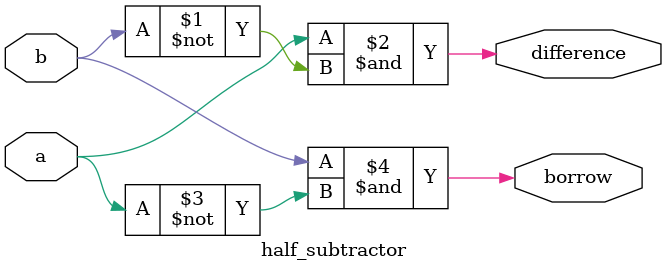
<source format=v>
`timescale 1ns / 1ps


module half_subtractor(
    input a,
    input b,
    output difference,
    output borrow
    
    

    );
    assign difference = (a & (~b));
    assign borrow = (b&(~a));
endmodule

</source>
